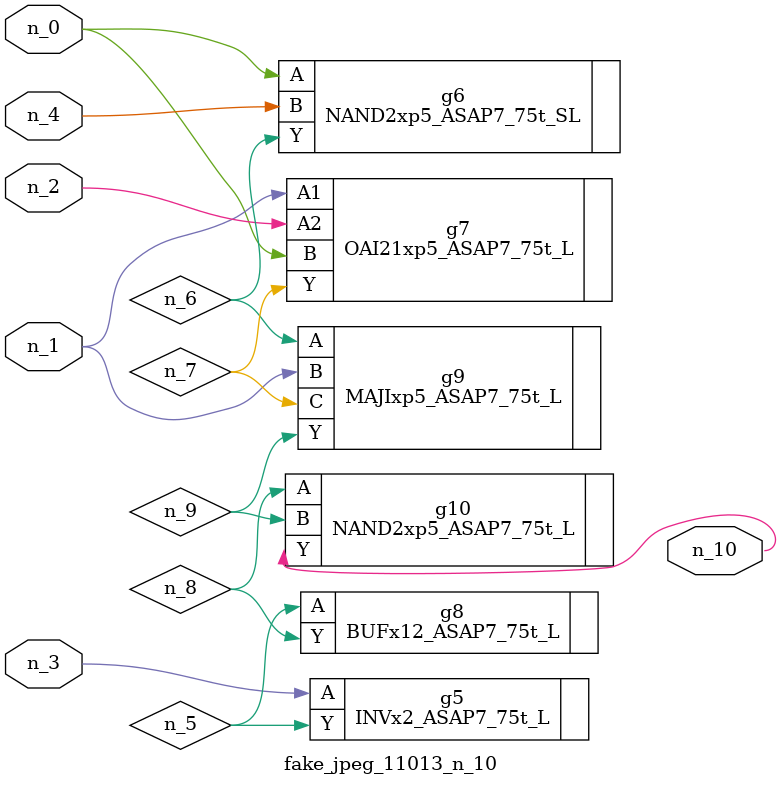
<source format=v>
module fake_jpeg_11013_n_10 (n_3, n_2, n_1, n_0, n_4, n_10);

input n_3;
input n_2;
input n_1;
input n_0;
input n_4;

output n_10;

wire n_8;
wire n_9;
wire n_6;
wire n_5;
wire n_7;

INVx2_ASAP7_75t_L g5 ( 
.A(n_3),
.Y(n_5)
);

NAND2xp5_ASAP7_75t_SL g6 ( 
.A(n_0),
.B(n_4),
.Y(n_6)
);

OAI21xp5_ASAP7_75t_L g7 ( 
.A1(n_1),
.A2(n_2),
.B(n_0),
.Y(n_7)
);

BUFx12_ASAP7_75t_L g8 ( 
.A(n_5),
.Y(n_8)
);

NAND2xp5_ASAP7_75t_L g10 ( 
.A(n_8),
.B(n_9),
.Y(n_10)
);

MAJIxp5_ASAP7_75t_L g9 ( 
.A(n_6),
.B(n_1),
.C(n_7),
.Y(n_9)
);


endmodule
</source>
